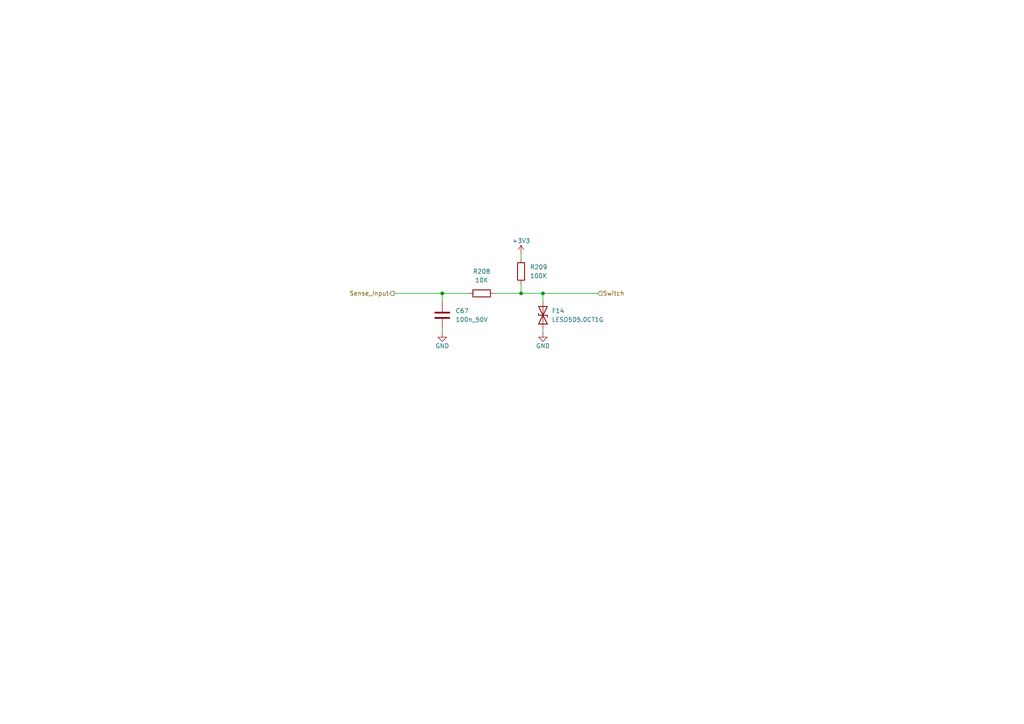
<source format=kicad_sch>
(kicad_sch (version 20231120) (generator "eeschema") (generator_version "8.0")
  (paper "A4")
  (lib_symbols
    (symbol "_C_0402:100n_50V" (pin_numbers hide) (pin_names (offset 0.254))
      (property "Reference" "C" (at 0.635 2.54 0))
      (property "Value" "100n_50V" (at 0.635 -2.54 0))
      (symbol "100n_50V_0_1"
        (polyline (pts (xy -2.032 -0.762) (xy 2.032 -0.762)) (stroke (width 0.508)))
        (polyline (pts (xy -2.032 0.762) (xy 2.032 0.762)) (stroke (width 0.508)))
      )
      (symbol "100n_50V_1_1"
        (pin passive line (at 0 3.81 270) (length 2.794) (name "~") (number "1"))
        (pin passive line (at 0 -3.81 90) (length 2.794) (name "~") (number "2"))
      )
    )
    (symbol "_Diode_TVS:LESD5D5.0CT1G" (pin_numbers hide) (pin_names (offset 1.016) hide)
      (property "Reference" "F" (at 0 2.54 0))
      (property "Value" "LESD5D5.0CT1G" (at 0 -2.54 0))
      (symbol "LESD5D5.0CT1G_0_1"
        (polyline (pts (xy 1.27 0) (xy -1.27 0)))
        (polyline (pts (xy 0.508 1.27) (xy 0 1.27) (xy 0 -1.27) (xy -0.508 -1.27)) (stroke (width 0.254)))
        (polyline (pts (xy -2.54 1.27) (xy -2.54 -1.27) (xy 2.54 1.27) (xy 2.54 -1.27) (xy -2.54 1.27)) (stroke (width 0.254)))
      )
      (symbol "LESD5D5.0CT1G_1_1"
        (pin passive line (at -3.81 0 0) (length 2.54) (name "A1") (number "1"))
        (pin passive line (at 3.81 0 180) (length 2.54) (name "A2") (number "2"))
      )
    )
    (symbol "_R_0402:100K" (pin_numbers hide) (pin_names (offset 0))
      (property "Reference" "R" (at 2.032 0 90))
      (property "Value" "100K" (at 0 0 90))
      (symbol "100K_0_1"
        (rectangle (start -1.016 -2.54) (end 1.016 2.54) (stroke (width 0.254)))
      )
      (symbol "100K_1_1"
        (pin passive line (at 0 3.81 270) (length 1.27) (name "~") (number "1"))
        (pin passive line (at 0 -3.81 90) (length 1.27) (name "~") (number "2"))
      )
    )
    (symbol "_R_0402:10K" (pin_numbers hide) (pin_names (offset 0))
      (property "Reference" "R" (at 2.032 0 90))
      (property "Value" "10K" (at 0 0 90))
      (symbol "10K_0_1"
        (rectangle (start -1.016 -2.54) (end 1.016 2.54) (stroke (width 0.254)))
      )
      (symbol "10K_1_1"
        (pin passive line (at 0 3.81 270) (length 1.27) (name "~") (number "1"))
        (pin passive line (at 0 -3.81 90) (length 1.27) (name "~") (number "2"))
      )
    )
    (symbol "power:+3.3V" (power) (pin_names (offset 0))
      (property "Value" "+3.3V" (at 0 3.556 0))
      (symbol "+3.3V_0_1"
        (polyline (pts (xy -0.762 1.27) (xy 0 2.54)))
        (polyline (pts (xy 0 0) (xy 0 2.54)))
        (polyline (pts (xy 0 2.54) (xy 0.762 1.27)))
      )
      (symbol "+3.3V_1_1"
        (pin power_in line (at 0 0 90) (length 0) hide (name "+3V3") (number "1"))
      )
    )
    (symbol "power:GND" (power) (pin_names (offset 0))
      (property "Value" "GND" (at 0 -3.81 0))
      (symbol "GND_0_1"
        (polyline (pts (xy 0 0) (xy 0 -1.27) (xy 1.27 -1.27) (xy 0 -2.54) (xy -1.27 -1.27) (xy 0 -1.27)))
      )
      (symbol "GND_1_1"
        (pin power_in line (at 0 0 270) (length 0) hide (name "GND") (number "1"))
      )
    )
  )
  (junction (at 128.27 85.09))
  (junction (at 151.13 85.09))
  (junction (at 157.48 85.09))
  (wire (pts (xy 151.13 85.09) (xy 157.48 85.09)))
  (wire (pts (xy 128.27 85.09) (xy 135.89 85.09)))
  (wire (pts (xy 157.48 85.09) (xy 173.355 85.09)))
  (wire (pts (xy 151.13 73.66) (xy 151.13 74.93)))
  (wire (pts (xy 128.27 85.09) (xy 128.27 87.63)))
  (wire (pts (xy 143.51 85.09) (xy 151.13 85.09)))
  (wire (pts (xy 157.48 96.52) (xy 157.48 95.25)))
  (wire (pts (xy 114.3 85.09) (xy 128.27 85.09)))
  (wire (pts (xy 151.13 82.55) (xy 151.13 85.09)))
  (wire (pts (xy 128.27 95.25) (xy 128.27 96.52)))
  (wire (pts (xy 157.48 87.63) (xy 157.48 85.09)))
  (hierarchical_label "Switch" (shape input) (at 173.355 85.09 0))
  (hierarchical_label "Sense_Input" (shape output) (at 114.3 85.09 180))
  (symbol (lib_id "_R_0402:10K") (at 139.7 85.09 90) (unit 1)
    (property "Reference" "R208" (at 139.7 78.74 90))
    (property "Value" "10K" (at 139.7 81.28 90))
    (property "Footprint" "Resistor_SMD:R_0402_1005Metric" (effects (hide yes)))
    (property "Description" "Resistor 10K 1% 62.5mW 50V 0402" (effects (hide yes)))
    (property "MF" "UNI-ROYAL" (effects (hide yes)))
    (property "MPN" "0402WGF1002TCE" (effects (hide yes)))
    (property "OC_LCSC" "C25744" (effects (hide yes)))
  )
  (symbol (lib_id "power:GND") (at 128.27 96.52 0) (unit 1)
    (property "Reference" "#PWR0264" (effects (hide yes)))
    (property "Value" "GND" (at 128.27 100.33 0))
  )
  (symbol (lib_id "_R_0402:100K") (at 151.13 78.74 0) (unit 1)
    (property "Reference" "R209" (at 153.67 77.4699 0) (effects (justify left)))
    (property "Value" "100K" (at 153.67 80.0099 0) (effects (justify left)))
    (property "Footprint" "Resistor_SMD:R_0402_1005Metric" (effects (hide yes)))
    (property "Description" "Resistor 100K 1% 62.5mW 50V 0402" (effects (hide yes)))
    (property "MF" "UNI-ROYAL" (effects (hide yes)))
    (property "MPN" "0402WGF1003TCE" (effects (hide yes)))
    (property "OC_LCSC" "C25741" (effects (hide yes)))
  )
  (symbol (lib_id "power:GND") (at 157.48 96.52 0) (unit 1)
    (property "Reference" "#PWR0266" (effects (hide yes)))
    (property "Value" "GND" (at 157.48 100.33 0))
  )
  (symbol (lib_id "_C_0402:100n_50V") (at 128.27 91.44 0) (unit 1)
    (property "Reference" "C67" (at 132.08 90.1699 0) (effects (justify left)))
    (property "Value" "100n_50V" (at 132.08 92.7099 0) (effects (justify left)))
    (property "Footprint" "Capacitor_SMD:C_0402_1005Metric" (effects (hide yes)))
    (property "Datasheet" "https://product.samsungsem.com/mlcc/CL05B104KB54PN.do" (effects (hide yes)))
    (property "Description" "Capacitor 100nF 50V X7R 10% 0402" (effects (hide yes)))
    (property "MF" "Samsung Electro-Mechanics" (effects (hide yes)))
    (property "MPN" "CL05B104KB54PNC" (effects (hide yes)))
    (property "OC_LCSC" "C307331" (effects (hide yes)))
  )
  (symbol (lib_id "power:+3.3V") (at 151.13 73.66 0) (unit 1)
    (property "Reference" "#PWR0265" (effects (hide yes)))
    (property "Value" "+3V3" (at 151.13 69.85 0))
  )
  (symbol (lib_id "_Diode_TVS:LESD5D5.0CT1G") (at 157.48 91.44 90) (unit 1)
    (property "Reference" "F14" (at 160.02 90.1699 90) (effects (justify right)))
    (property "Value" "LESD5D5.0CT1G" (at 160.02 92.7099 90) (effects (justify right)))
    (property "Footprint" "Diode_SMD:D_SOD-523" (effects (hide yes)))
    (property "Datasheet" "https://datasheet.lcsc.com/lcsc/1912111437_LRC-LESD5D5-0CT1G_C383211.pdf" (effects (hide yes)))
    (property "Description" "5V 150W TVS Diode Bi-Directional" (effects (hide yes)))
    (property "MF" "LRC" (effects (hide yes)))
    (property "MPN" "LESD5D5.0CT1G" (effects (hide yes)))
    (property "OC_LCSC" "C383211" (effects (hide yes)))
  )
)
</source>
